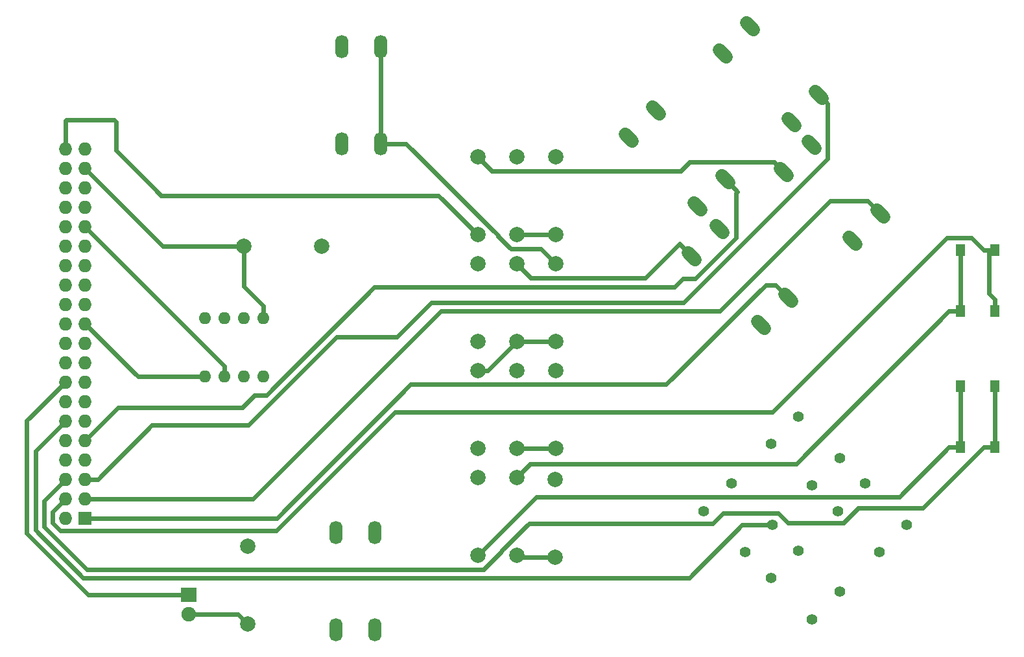
<source format=gbr>
G04 #@! TF.FileFunction,Copper,L1,Top,Signal*
%FSLAX46Y46*%
G04 Gerber Fmt 4.6, Leading zero omitted, Abs format (unit mm)*
G04 Created by KiCad (PCBNEW 0.201509061501+6161~29~ubuntu14.04.1-product) date Mon 14 Sep 2015 05:33:44 PM EDT*
%MOMM*%
G01*
G04 APERTURE LIST*
%ADD10C,0.100000*%
%ADD11R,2.000000X1.900000*%
%ADD12C,1.900000*%
%ADD13O,1.600000X1.600000*%
%ADD14R,1.727200X1.727200*%
%ADD15O,1.727200X1.727200*%
%ADD16C,1.998980*%
%ADD17R,1.300000X1.550000*%
%ADD18C,1.727200*%
%ADD19O,1.727200X3.048000*%
%ADD20C,1.397000*%
%ADD21C,0.600000*%
G04 APERTURE END LIST*
D10*
D11*
X38750000Y-88000000D03*
D12*
X38750000Y-90540000D03*
D13*
X48530000Y-59540000D03*
X45990000Y-59540000D03*
X43450000Y-59540000D03*
X40910000Y-59540000D03*
X40910000Y-51920000D03*
X43450000Y-51920000D03*
X45990000Y-51920000D03*
X48530000Y-51920000D03*
D14*
X25210000Y-78010000D03*
D15*
X22670000Y-78010000D03*
X25210000Y-75470000D03*
X22670000Y-75470000D03*
X25210000Y-72930000D03*
X22670000Y-72930000D03*
X25210000Y-70390000D03*
X22670000Y-70390000D03*
X25210000Y-67850000D03*
X22670000Y-67850000D03*
X25210000Y-65310000D03*
X22670000Y-65310000D03*
X25210000Y-62770000D03*
X22670000Y-62770000D03*
X25210000Y-60230000D03*
X22670000Y-60230000D03*
X25210000Y-57690000D03*
X22670000Y-57690000D03*
X25210000Y-55150000D03*
X22670000Y-55150000D03*
X25210000Y-52610000D03*
X22670000Y-52610000D03*
X25210000Y-50070000D03*
X22670000Y-50070000D03*
X25210000Y-47530000D03*
X22670000Y-47530000D03*
X25210000Y-44990000D03*
X22670000Y-44990000D03*
X25210000Y-42450000D03*
X22670000Y-42450000D03*
X25210000Y-39910000D03*
X22670000Y-39910000D03*
X25210000Y-37370000D03*
X22670000Y-37370000D03*
X25210000Y-34830000D03*
X22670000Y-34830000D03*
X25210000Y-32290000D03*
X22670000Y-32290000D03*
X25210000Y-29750000D03*
X22670000Y-29750000D03*
D16*
X76485000Y-58745000D03*
X76485000Y-68905000D03*
X76485000Y-72715000D03*
X76485000Y-82875000D03*
X76485000Y-44775000D03*
X76485000Y-54935000D03*
X76485000Y-30805000D03*
X76485000Y-40965000D03*
X81565000Y-72715000D03*
X81565000Y-82875000D03*
X81565000Y-58745000D03*
X81565000Y-68905000D03*
X81565000Y-44775000D03*
X81565000Y-54935000D03*
X81565000Y-30805000D03*
X81565000Y-40965000D03*
X86625000Y-72965000D03*
X86625000Y-83125000D03*
X86645000Y-58745000D03*
X86645000Y-68905000D03*
X86645000Y-44775000D03*
X86645000Y-54935000D03*
X86645000Y-30805000D03*
X86645000Y-40965000D03*
X46500000Y-81670000D03*
X46500000Y-91830000D03*
X45920000Y-42500000D03*
X56080000Y-42500000D03*
D17*
X143980000Y-68765000D03*
X139480000Y-68765000D03*
X139480000Y-60815000D03*
X143980000Y-60815000D03*
X143980000Y-50985000D03*
X139480000Y-50985000D03*
X139480000Y-43035000D03*
X143980000Y-43035000D03*
D18*
X116930794Y-33272896D02*
X115996848Y-32338950D01*
X120522896Y-29680794D02*
X119588950Y-28746848D01*
X125911050Y-42253152D02*
X124977104Y-41319206D01*
X129503152Y-38661050D02*
X128569206Y-37727104D01*
X104930794Y-44272896D02*
X103996848Y-43338950D01*
X108522896Y-40680794D02*
X107588950Y-39746848D01*
X113911050Y-53253152D02*
X112977104Y-52319206D01*
X117503152Y-49661050D02*
X116569206Y-48727104D01*
D19*
X63040000Y-79900000D03*
X57960000Y-79900000D03*
X63040000Y-92600000D03*
X57960000Y-92600000D03*
D18*
X96680794Y-28772896D02*
X95746848Y-27838950D01*
X100272896Y-25180794D02*
X99338950Y-24246848D01*
X105661050Y-37753152D02*
X104727104Y-36819206D01*
X109253152Y-34161050D02*
X108319206Y-33227104D01*
D19*
X63790000Y-16400000D03*
X58710000Y-16400000D03*
X63790000Y-29100000D03*
X58710000Y-29100000D03*
D18*
X108930794Y-17772896D02*
X107996848Y-16838950D01*
X112522896Y-14180794D02*
X111588950Y-13246848D01*
X117911050Y-26753152D02*
X116977104Y-25819206D01*
X121503152Y-23161050D02*
X120569206Y-22227104D01*
D20*
X106009872Y-77101974D03*
X109601974Y-73509872D03*
X111398026Y-82490128D03*
X114990128Y-78898026D03*
X132490128Y-78898026D03*
X128898026Y-82490128D03*
X127101974Y-73509872D03*
X123509872Y-77101974D03*
X114759872Y-85851974D03*
X118351974Y-82259872D03*
X120148026Y-91240128D03*
X123740128Y-87648026D03*
X114759872Y-68351974D03*
X118351974Y-64759872D03*
X120148026Y-73740128D03*
X123740128Y-70148026D03*
D21*
X32643700Y-59540000D02*
X32140000Y-59540000D01*
X32140000Y-59540000D02*
X25210000Y-52610000D01*
X17610500Y-65289500D02*
X22670000Y-60230000D01*
X17610500Y-80003400D02*
X17610500Y-65289500D01*
X25607100Y-88000000D02*
X17610500Y-80003400D01*
X38750000Y-88000000D02*
X25607100Y-88000000D01*
X32643700Y-59540000D02*
X40910000Y-59540000D01*
X45210000Y-90540000D02*
X38750000Y-90540000D01*
X46500000Y-91830000D02*
X45210000Y-90540000D01*
X43450000Y-59540000D02*
X43450000Y-58150000D01*
X43450000Y-58150000D02*
X25210000Y-39910000D01*
X37041850Y-42458150D02*
X35378150Y-42458150D01*
X35378150Y-42458150D02*
X25210000Y-32290000D01*
X45920000Y-47709900D02*
X45920000Y-42500000D01*
X48530000Y-50319900D02*
X45920000Y-47709900D01*
X37083700Y-42500000D02*
X37041850Y-42458150D01*
X45920000Y-42500000D02*
X37083700Y-42500000D01*
X48530000Y-51920000D02*
X48530000Y-50319900D01*
X50292300Y-78010000D02*
X25210000Y-78010000D01*
X67757600Y-60544700D02*
X50292300Y-78010000D01*
X101111800Y-60544700D02*
X67757600Y-60544700D01*
X114105800Y-47550700D02*
X101111800Y-60544700D01*
X115392800Y-47550700D02*
X114105800Y-47550700D01*
X117036200Y-49194100D02*
X115392800Y-47550700D01*
X129036200Y-38194100D02*
X127392800Y-36550700D01*
X25210000Y-75470000D02*
X26873700Y-75470000D01*
X122483000Y-36550700D02*
X127392800Y-36550700D01*
X108069800Y-50963900D02*
X122483000Y-36550700D01*
X71662100Y-50963900D02*
X108069800Y-50963900D01*
X47156000Y-75470000D02*
X71662100Y-50963900D01*
X26873700Y-75470000D02*
X47156000Y-75470000D01*
X143980000Y-43035000D02*
X143254900Y-43035000D01*
X143254900Y-43035000D02*
X142529900Y-43035000D01*
X143254900Y-48684800D02*
X143980000Y-49409900D01*
X143254900Y-43035000D02*
X143254900Y-48684800D01*
X143980000Y-50985000D02*
X143980000Y-49409900D01*
X140918200Y-41423300D02*
X142529900Y-43035000D01*
X137735800Y-41423300D02*
X140918200Y-41423300D01*
X114986500Y-64172600D02*
X137735800Y-41423300D01*
X65685600Y-64172600D02*
X114986500Y-64172600D01*
X50184400Y-79673800D02*
X65685600Y-64172600D01*
X21973800Y-79673800D02*
X50184400Y-79673800D01*
X20976300Y-78676300D02*
X21973800Y-79673800D01*
X20976300Y-77163700D02*
X20976300Y-78676300D01*
X22670000Y-75470000D02*
X20976300Y-77163700D01*
X122200500Y-26250000D02*
X122200500Y-23858398D01*
X122200500Y-23858398D02*
X121036179Y-22694077D01*
X122200500Y-31021400D02*
X122200500Y-26250000D01*
X103358200Y-49863700D02*
X122200500Y-31021400D01*
X70428800Y-49863700D02*
X103358200Y-49863700D01*
X65961000Y-54331500D02*
X70428800Y-49863700D01*
X58066500Y-54331500D02*
X65961000Y-54331500D01*
X46541800Y-65856200D02*
X58066500Y-54331500D01*
X33947500Y-65856200D02*
X46541800Y-65856200D01*
X26873700Y-72930000D02*
X33947500Y-65856200D01*
X25210000Y-72930000D02*
X26873700Y-72930000D01*
X143980000Y-60815000D02*
X143980000Y-68765000D01*
X19852900Y-75747100D02*
X22670000Y-72930000D01*
X19852900Y-79118700D02*
X19852900Y-75747100D01*
X25442100Y-84707900D02*
X19852900Y-79118700D01*
X77272900Y-84707900D02*
X25442100Y-84707900D01*
X79666700Y-82314100D02*
X77272900Y-84707900D01*
X79666700Y-82227900D02*
X79666700Y-82314100D01*
X83199700Y-78694900D02*
X79666700Y-82227900D01*
X107213900Y-78694900D02*
X83199700Y-78694900D01*
X108537100Y-77371700D02*
X107213900Y-78694900D01*
X115732800Y-77371700D02*
X108537100Y-77371700D01*
X116978900Y-78617800D02*
X115732800Y-77371700D01*
X124249200Y-78617800D02*
X116978900Y-78617800D01*
X126163300Y-76703700D02*
X124249200Y-78617800D01*
X134591200Y-76703700D02*
X126163300Y-76703700D01*
X142529900Y-68765000D02*
X134591200Y-76703700D01*
X143980000Y-68765000D02*
X142529900Y-68765000D01*
X38592700Y-63531800D02*
X29528200Y-63531800D01*
X29528200Y-63531800D02*
X25210000Y-67850000D01*
X108786200Y-33694100D02*
X110429500Y-35337400D01*
X110239400Y-35527600D02*
X110429500Y-35337400D01*
X110239400Y-41375500D02*
X110239400Y-35527600D01*
X104862000Y-46752900D02*
X110239400Y-41375500D01*
X103306300Y-46752900D02*
X104862000Y-46752900D01*
X102206200Y-47853000D02*
X103306300Y-46752900D01*
X62989200Y-47853000D02*
X102206200Y-47853000D01*
X48898200Y-61944000D02*
X62989200Y-47853000D01*
X47342400Y-61944000D02*
X48898200Y-61944000D01*
X45754600Y-63531800D02*
X47342400Y-61944000D01*
X38592700Y-63531800D02*
X45754600Y-63531800D01*
X18752700Y-69227300D02*
X22670000Y-65310000D01*
X18752700Y-79589700D02*
X18752700Y-69227300D01*
X24971100Y-85808100D02*
X18752700Y-79589700D01*
X104095300Y-85808100D02*
X24971100Y-85808100D01*
X111005400Y-78898000D02*
X104095300Y-85808100D01*
X114990100Y-78898000D02*
X111005400Y-78898000D01*
X36000000Y-35861000D02*
X35111000Y-35861000D01*
X35111000Y-35861000D02*
X34500000Y-35250000D01*
X22670000Y-26080000D02*
X22670000Y-29750000D01*
X22750000Y-26000000D02*
X22670000Y-26080000D01*
X29000000Y-26000000D02*
X22750000Y-26000000D01*
X29250000Y-26250000D02*
X29000000Y-26000000D01*
X29250000Y-30000000D02*
X29250000Y-26250000D01*
X34500000Y-35250000D02*
X29250000Y-30000000D01*
X86645000Y-40965000D02*
X81565000Y-40965000D01*
X86645000Y-68905000D02*
X81565000Y-68905000D01*
X86645000Y-54935000D02*
X81565000Y-54935000D01*
X77755000Y-58745000D02*
X76485000Y-58745000D01*
X81565000Y-54935000D02*
X77755000Y-58745000D01*
X71381000Y-35861000D02*
X36000000Y-35861000D01*
X76485000Y-40965000D02*
X71381000Y-35861000D01*
X81815000Y-83125000D02*
X86625000Y-83125000D01*
X81565000Y-82875000D02*
X81815000Y-83125000D01*
X139480000Y-60815000D02*
X139480000Y-68765000D01*
X84119800Y-75240200D02*
X76485000Y-82875000D01*
X131554700Y-75240200D02*
X84119800Y-75240200D01*
X138029900Y-68765000D02*
X131554700Y-75240200D01*
X139480000Y-68765000D02*
X138029900Y-68765000D01*
X113000000Y-31520700D02*
X115178598Y-31520700D01*
X115178598Y-31520700D02*
X116463821Y-32805923D01*
X78322700Y-32642700D02*
X76485000Y-30805000D01*
X103025300Y-32642700D02*
X78322700Y-32642700D01*
X104147300Y-31520700D02*
X103025300Y-32642700D01*
X113000000Y-31520700D02*
X104147300Y-31520700D01*
X139480000Y-43035000D02*
X139480000Y-50985000D01*
X118070000Y-70944900D02*
X138029900Y-50985000D01*
X83335100Y-70944900D02*
X118070000Y-70944900D01*
X81565000Y-72715000D02*
X83335100Y-70944900D01*
X139480000Y-50985000D02*
X138029900Y-50985000D01*
X83410200Y-46620200D02*
X81565000Y-44775000D01*
X98362800Y-46620200D02*
X83410200Y-46620200D01*
X102820400Y-42162500D02*
X98362800Y-46620200D01*
X104463800Y-43805900D02*
X102820400Y-42162500D01*
X63790000Y-16400000D02*
X63790000Y-18724100D01*
X63790000Y-18724100D02*
X63790000Y-29100000D01*
X84740000Y-42870000D02*
X86645000Y-44775000D01*
X80822400Y-42870000D02*
X84740000Y-42870000D01*
X79130300Y-41177900D02*
X80822400Y-42870000D01*
X79130300Y-41065000D02*
X79130300Y-41177900D01*
X67165300Y-29100000D02*
X79130300Y-41065000D01*
X63790000Y-29100000D02*
X67165300Y-29100000D01*
M02*

</source>
